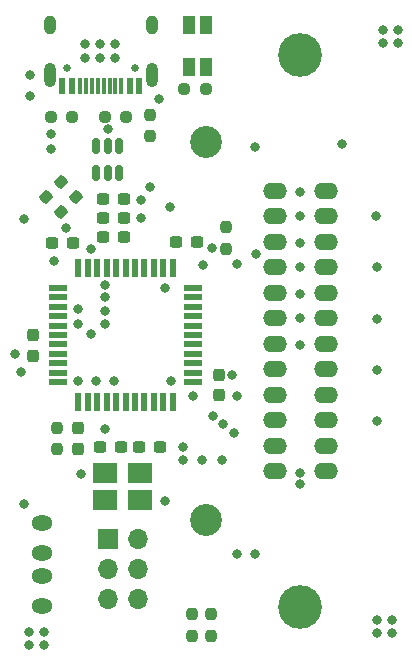
<source format=gts>
%TF.GenerationSoftware,KiCad,Pcbnew,8.0.5*%
%TF.CreationDate,2024-10-26T16:59:59+13:00*%
%TF.ProjectId,usb_gpib_v2,7573625f-6770-4696-925f-76322e6b6963,C*%
%TF.SameCoordinates,Original*%
%TF.FileFunction,Soldermask,Top*%
%TF.FilePolarity,Negative*%
%FSLAX46Y46*%
G04 Gerber Fmt 4.6, Leading zero omitted, Abs format (unit mm)*
G04 Created by KiCad (PCBNEW 8.0.5) date 2024-10-26 16:59:59*
%MOMM*%
%LPD*%
G01*
G04 APERTURE LIST*
G04 Aperture macros list*
%AMRoundRect*
0 Rectangle with rounded corners*
0 $1 Rounding radius*
0 $2 $3 $4 $5 $6 $7 $8 $9 X,Y pos of 4 corners*
0 Add a 4 corners polygon primitive as box body*
4,1,4,$2,$3,$4,$5,$6,$7,$8,$9,$2,$3,0*
0 Add four circle primitives for the rounded corners*
1,1,$1+$1,$2,$3*
1,1,$1+$1,$4,$5*
1,1,$1+$1,$6,$7*
1,1,$1+$1,$8,$9*
0 Add four rect primitives between the rounded corners*
20,1,$1+$1,$2,$3,$4,$5,0*
20,1,$1+$1,$4,$5,$6,$7,0*
20,1,$1+$1,$6,$7,$8,$9,0*
20,1,$1+$1,$8,$9,$2,$3,0*%
G04 Aperture macros list end*
%ADD10RoundRect,0.237500X-0.300000X-0.237500X0.300000X-0.237500X0.300000X0.237500X-0.300000X0.237500X0*%
%ADD11RoundRect,0.237500X-0.237500X0.250000X-0.237500X-0.250000X0.237500X-0.250000X0.237500X0.250000X0*%
%ADD12RoundRect,0.237500X0.300000X0.237500X-0.300000X0.237500X-0.300000X-0.237500X0.300000X-0.237500X0*%
%ADD13RoundRect,0.237500X0.250000X0.237500X-0.250000X0.237500X-0.250000X-0.237500X0.250000X-0.237500X0*%
%ADD14C,2.700000*%
%ADD15RoundRect,0.237500X0.008839X0.344715X-0.344715X-0.008839X-0.008839X-0.344715X0.344715X0.008839X0*%
%ADD16R,1.500000X0.550000*%
%ADD17R,0.550000X1.500000*%
%ADD18O,1.800000X1.300000*%
%ADD19RoundRect,0.237500X-0.250000X-0.237500X0.250000X-0.237500X0.250000X0.237500X-0.250000X0.237500X0*%
%ADD20C,0.650000*%
%ADD21R,0.600000X1.450000*%
%ADD22R,0.300000X1.450000*%
%ADD23O,1.000000X2.100000*%
%ADD24O,1.000000X1.600000*%
%ADD25O,2.000000X1.400000*%
%ADD26C,3.700000*%
%ADD27RoundRect,0.237500X-0.237500X0.300000X-0.237500X-0.300000X0.237500X-0.300000X0.237500X0.300000X0*%
%ADD28R,0.990600X1.500000*%
%ADD29RoundRect,0.150000X-0.150000X0.512500X-0.150000X-0.512500X0.150000X-0.512500X0.150000X0.512500X0*%
%ADD30R,2.100000X1.800000*%
%ADD31R,1.700000X1.700000*%
%ADD32O,1.700000X1.700000*%
%ADD33RoundRect,0.237500X0.237500X-0.250000X0.237500X0.250000X-0.237500X0.250000X-0.237500X-0.250000X0*%
%ADD34C,0.800000*%
G04 APERTURE END LIST*
D10*
%TO.C,C2*%
X106071500Y-101854000D03*
X107796500Y-101854000D03*
%TD*%
D11*
%TO.C,R10*%
X113792000Y-115978300D03*
X113792000Y-117803300D03*
%TD*%
D12*
%TO.C,C6*%
X114237500Y-84500000D03*
X112512500Y-84500000D03*
%TD*%
D13*
%TO.C,R7*%
X108262500Y-73914000D03*
X106437500Y-73914000D03*
%TD*%
%TO.C,R8*%
X103687500Y-73914000D03*
X101862500Y-73914000D03*
%TD*%
D11*
%TO.C,R9*%
X115468400Y-115980200D03*
X115468400Y-117805200D03*
%TD*%
D12*
%TO.C,C5*%
X103732500Y-84550000D03*
X102007500Y-84550000D03*
%TD*%
D14*
%TO.C,H1*%
X115000000Y-108000800D03*
%TD*%
D15*
%TO.C,R1*%
X102753235Y-79364765D03*
X101462765Y-80655235D03*
%TD*%
D16*
%TO.C,U1*%
X102504000Y-88340000D03*
X102504000Y-89140000D03*
X102504000Y-89940000D03*
X102504000Y-90740000D03*
X102504000Y-91540000D03*
X102504000Y-92340000D03*
X102504000Y-93140000D03*
X102504000Y-93940000D03*
X102504000Y-94740000D03*
X102504000Y-95540000D03*
X102504000Y-96340000D03*
D17*
X104204000Y-98040000D03*
X105004000Y-98040000D03*
X105804000Y-98040000D03*
X106604000Y-98040000D03*
X107404000Y-98040000D03*
X108204000Y-98040000D03*
X109004000Y-98040000D03*
X109804000Y-98040000D03*
X110604000Y-98040000D03*
X111404000Y-98040000D03*
X112204000Y-98040000D03*
D16*
X113904000Y-96340000D03*
X113904000Y-95540000D03*
X113904000Y-94740000D03*
X113904000Y-93940000D03*
X113904000Y-93140000D03*
X113904000Y-92340000D03*
X113904000Y-91540000D03*
X113904000Y-90740000D03*
X113904000Y-89940000D03*
X113904000Y-89140000D03*
X113904000Y-88340000D03*
D17*
X112204000Y-86640000D03*
X111404000Y-86640000D03*
X110604000Y-86640000D03*
X109804000Y-86640000D03*
X109004000Y-86640000D03*
X108204000Y-86640000D03*
X107404000Y-86640000D03*
X106604000Y-86640000D03*
X105804000Y-86640000D03*
X105004000Y-86640000D03*
X104204000Y-86640000D03*
%TD*%
D14*
%TO.C,H2*%
X115000000Y-75996800D03*
%TD*%
D18*
%TO.C,LED2*%
X101092000Y-115296000D03*
X101092000Y-112766000D03*
%TD*%
D10*
%TO.C,C4*%
X106325500Y-82440000D03*
X108050500Y-82440000D03*
%TD*%
D15*
%TO.C,R2*%
X104023235Y-80634765D03*
X102732765Y-81925235D03*
%TD*%
D10*
%TO.C,C8*%
X106325500Y-84020000D03*
X108050500Y-84020000D03*
%TD*%
D19*
%TO.C,R6*%
X113162500Y-71550000D03*
X114987500Y-71550000D03*
%TD*%
D20*
%TO.C,J2*%
X108990000Y-69775000D03*
X103210000Y-69775000D03*
D21*
X109350000Y-71220000D03*
X108550000Y-71220000D03*
D22*
X107350000Y-71220000D03*
X106350000Y-71220000D03*
X105850000Y-71220000D03*
X104850000Y-71220000D03*
D21*
X103650000Y-71220000D03*
X102850000Y-71220000D03*
X102850000Y-71220000D03*
X103650000Y-71220000D03*
D22*
X104350000Y-71220000D03*
X105350000Y-71220000D03*
X106850000Y-71220000D03*
X107850000Y-71220000D03*
D21*
X108550000Y-71220000D03*
X109350000Y-71220000D03*
D23*
X110420000Y-70305000D03*
D24*
X110420000Y-66125000D03*
D23*
X101780000Y-70305000D03*
D24*
X101780000Y-66125000D03*
%TD*%
D18*
%TO.C,LED3*%
X101092000Y-110770000D03*
X101092000Y-108240000D03*
%TD*%
D25*
%TO.C,J1*%
X120855000Y-103880000D03*
X120855000Y-101720000D03*
X120855000Y-99560000D03*
X120855000Y-97400000D03*
X120855000Y-95240000D03*
X120855000Y-93080000D03*
X120855000Y-90920000D03*
X120855000Y-88760000D03*
X120855000Y-86600000D03*
X120855000Y-84440000D03*
X120855000Y-82280000D03*
X120855000Y-80120000D03*
X125145000Y-103880000D03*
X125145000Y-101720000D03*
X125145000Y-99560000D03*
X125145000Y-97400000D03*
X125145000Y-95240000D03*
X125145000Y-93080000D03*
X125145000Y-90920000D03*
X125145000Y-88760000D03*
X125145000Y-86600000D03*
X125145000Y-84440000D03*
X125145000Y-82280000D03*
X125145000Y-80120000D03*
D26*
X123000000Y-115400000D03*
X123000000Y-68600000D03*
%TD*%
D27*
%TO.C,C7*%
X116078000Y-95727500D03*
X116078000Y-97452500D03*
%TD*%
D12*
%TO.C,C1*%
X111098500Y-101854000D03*
X109373500Y-101854000D03*
%TD*%
D28*
%TO.C,LED1*%
X113580000Y-69620000D03*
X113579999Y-66120000D03*
X114980001Y-69620000D03*
X114980001Y-66120000D03*
%TD*%
D10*
%TO.C,C10*%
X106325500Y-80860000D03*
X108050500Y-80860000D03*
%TD*%
D29*
%TO.C,U2*%
X107630000Y-76332500D03*
X106680000Y-76332500D03*
X105730000Y-76332500D03*
X105730000Y-78607500D03*
X106680000Y-78607500D03*
X107630000Y-78607500D03*
%TD*%
D30*
%TO.C,X1*%
X109400000Y-104006000D03*
X106500000Y-104006000D03*
X106500000Y-106306000D03*
X109400000Y-106306000D03*
%TD*%
D27*
%TO.C,C9*%
X104140000Y-100229500D03*
X104140000Y-101954500D03*
%TD*%
D31*
%TO.C,J3*%
X106680000Y-109601000D03*
D32*
X109220000Y-109601000D03*
X106680000Y-112141000D03*
X109220000Y-112141000D03*
X106680000Y-114681000D03*
X109220000Y-114681000D03*
%TD*%
D33*
%TO.C,R3*%
X102362000Y-102004500D03*
X102362000Y-100179500D03*
%TD*%
D27*
%TO.C,C3*%
X100330000Y-92355500D03*
X100330000Y-94080500D03*
%TD*%
D11*
%TO.C,R4*%
X116675000Y-83237500D03*
X116675000Y-85062500D03*
%TD*%
D33*
%TO.C,R5*%
X110250000Y-75512500D03*
X110250000Y-73687500D03*
%TD*%
D34*
X101900000Y-75312500D03*
X106680000Y-74930000D03*
X122936000Y-88900000D03*
X129500000Y-95300000D03*
X131275000Y-67600000D03*
X130775000Y-117550000D03*
X100076000Y-70358000D03*
X104800000Y-67700000D03*
X99314000Y-95504000D03*
X106426000Y-100330000D03*
X107275000Y-67700000D03*
X109474000Y-82420000D03*
X114730000Y-86410000D03*
X129525000Y-116450000D03*
X106050000Y-67700000D03*
X103124000Y-83312000D03*
X113919000Y-97536000D03*
X106050000Y-68900000D03*
X122936000Y-84582000D03*
X106426000Y-88138000D03*
X122936000Y-90932000D03*
X106426000Y-90297000D03*
X100050000Y-117525000D03*
X130025000Y-66500000D03*
X112014000Y-96266000D03*
X100076000Y-72136000D03*
X110998000Y-72390000D03*
X104800000Y-68900000D03*
X129500000Y-86625000D03*
X99568000Y-106680000D03*
X119253000Y-85471000D03*
X101300000Y-117525000D03*
X126492000Y-76200000D03*
X113060000Y-102900000D03*
X107188000Y-96266000D03*
X101900000Y-76562500D03*
X114700000Y-102925000D03*
X123000000Y-104000000D03*
X122936000Y-93218000D03*
X119140000Y-110880000D03*
X122936000Y-86614000D03*
X104140000Y-96266000D03*
X122936000Y-80264000D03*
X116332000Y-102925000D03*
X106426000Y-91440000D03*
X104140000Y-90170000D03*
X106426000Y-89154000D03*
X117602000Y-86360000D03*
X100050000Y-118625000D03*
X101300000Y-118625000D03*
X99568000Y-82550000D03*
X111506000Y-106426000D03*
X122990000Y-104950000D03*
X131275000Y-66500000D03*
X117680000Y-110920000D03*
X113030000Y-101854000D03*
X111506000Y-88392000D03*
X117602000Y-97536000D03*
X129525000Y-117550000D03*
X129500000Y-90975000D03*
X102108000Y-86106000D03*
X130775000Y-116450000D03*
X109474000Y-80900000D03*
X98806000Y-93980000D03*
X119126000Y-76454000D03*
X130025000Y-67600000D03*
X122936000Y-82296000D03*
X107300000Y-68900000D03*
X129425000Y-82296000D03*
X104140000Y-91440000D03*
X129500000Y-99625000D03*
X104394000Y-104140000D03*
X105250000Y-92296000D03*
X105664000Y-96266000D03*
X117210076Y-95759862D03*
X115537500Y-84937500D03*
X105250000Y-85090000D03*
X117348000Y-100635647D03*
X116459355Y-99911147D03*
X115570000Y-99186647D03*
X110250000Y-79775000D03*
X111949500Y-81500000D03*
M02*

</source>
